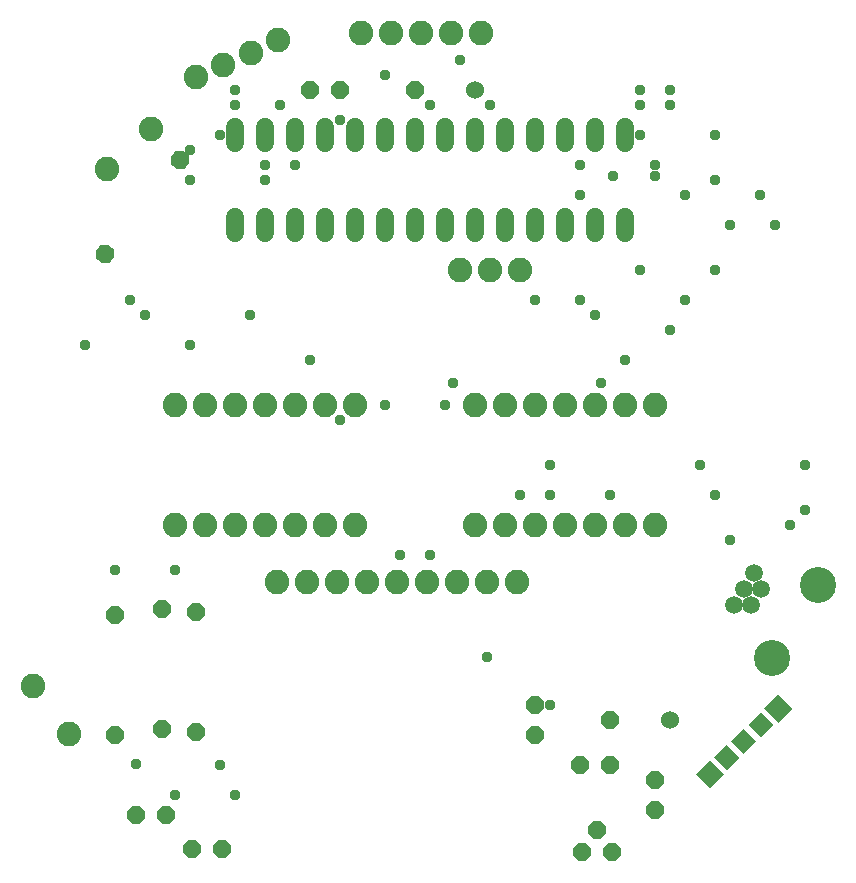
<source format=gbr>
G04 EAGLE Gerber RS-274X export*
G75*
%MOMM*%
%FSLAX34Y34*%
%LPD*%
%INSoldermask Top*%
%IPPOS*%
%AMOC8*
5,1,8,0,0,1.08239X$1,22.5*%
G01*
%ADD10P,1.649562X8X202.500000*%
%ADD11P,1.649562X8X292.500000*%
%ADD12P,1.649562X8X112.500000*%
%ADD13C,1.524000*%
%ADD14C,1.511200*%
%ADD15C,3.053200*%
%ADD16P,1.649562X8X253.800000*%
%ADD17C,1.524000*%
%ADD18R,1.711200X1.711200*%
%ADD19R,1.511200X1.511200*%
%ADD20P,1.649562X8X22.500000*%
%ADD21C,2.082800*%
%ADD22C,0.959600*%


D10*
X165100Y-241300D03*
X139700Y-241300D03*
D11*
X101600Y-190500D03*
X101600Y-215900D03*
D10*
X-63500Y330200D03*
X-88900Y330200D03*
D12*
X203200Y-279400D03*
X203200Y-254000D03*
D13*
X50800Y330200D03*
D10*
X0Y330200D03*
D13*
X215900Y-203200D03*
D10*
X165100Y-203200D03*
D14*
X269604Y-105833D03*
X278107Y-92279D03*
X286609Y-78725D03*
X284021Y-105432D03*
X292523Y-91878D03*
D15*
X340706Y-88460D03*
X301914Y-150300D03*
D10*
X-163830Y-312420D03*
X-189230Y-312420D03*
X-210820Y-283210D03*
X-236220Y-283210D03*
D11*
X-185420Y-111760D03*
X-185420Y-213360D03*
X-214630Y-109220D03*
X-214630Y-210820D03*
X-254000Y-114300D03*
X-254000Y-215900D03*
D16*
X-199378Y270786D03*
X-262902Y191494D03*
D17*
X-152400Y209296D02*
X-152400Y222504D01*
X-127000Y222504D02*
X-127000Y209296D01*
X-101600Y209296D02*
X-101600Y222504D01*
X-76200Y222504D02*
X-76200Y209296D01*
X-50800Y209296D02*
X-50800Y222504D01*
X-25400Y222504D02*
X-25400Y209296D01*
X0Y209296D02*
X0Y222504D01*
X25400Y222504D02*
X25400Y209296D01*
X50800Y209296D02*
X50800Y222504D01*
X76200Y222504D02*
X76200Y209296D01*
X101600Y209296D02*
X101600Y222504D01*
X127000Y222504D02*
X127000Y209296D01*
X152400Y209296D02*
X152400Y222504D01*
X177800Y222504D02*
X177800Y209296D01*
X177800Y285496D02*
X177800Y298704D01*
X152400Y298704D02*
X152400Y285496D01*
X127000Y285496D02*
X127000Y298704D01*
X101600Y298704D02*
X101600Y285496D01*
X76200Y285496D02*
X76200Y298704D01*
X50800Y298704D02*
X50800Y285496D01*
X25400Y285496D02*
X25400Y298704D01*
X0Y298704D02*
X0Y285496D01*
X-25400Y285496D02*
X-25400Y298704D01*
X-50800Y298704D02*
X-50800Y285496D01*
X-76200Y285496D02*
X-76200Y298704D01*
X-101600Y298704D02*
X-101600Y285496D01*
X-127000Y285496D02*
X-127000Y298704D01*
X-152400Y298704D02*
X-152400Y285496D01*
D18*
G36*
X294855Y-193012D02*
X307184Y-181147D01*
X319049Y-193476D01*
X306720Y-205341D01*
X294855Y-193012D01*
G37*
G36*
X237211Y-248484D02*
X249540Y-236619D01*
X261405Y-248948D01*
X249076Y-260813D01*
X237211Y-248484D01*
G37*
D19*
G36*
X281858Y-206907D02*
X292746Y-196429D01*
X303224Y-207317D01*
X292336Y-217795D01*
X281858Y-206907D01*
G37*
G36*
X267447Y-220775D02*
X278335Y-210297D01*
X288813Y-221185D01*
X277925Y-231663D01*
X267447Y-220775D01*
G37*
G36*
X253036Y-234643D02*
X263924Y-224165D01*
X274402Y-235053D01*
X263514Y-245531D01*
X253036Y-234643D01*
G37*
D20*
X166370Y-314960D03*
X153670Y-295910D03*
X140970Y-314960D03*
D21*
X-261476Y263707D03*
X-223664Y297633D03*
X-324002Y-174105D03*
X-293218Y-214515D03*
X55880Y378460D03*
X30480Y378460D03*
X5080Y378460D03*
X-20320Y378460D03*
X-45720Y378460D03*
X38100Y177800D03*
X63500Y177800D03*
X88900Y177800D03*
X86360Y-86360D03*
X60960Y-86360D03*
X35560Y-86360D03*
X10160Y-86360D03*
X-15240Y-86360D03*
X-40640Y-86360D03*
X-66040Y-86360D03*
X-91440Y-86360D03*
X-116840Y-86360D03*
X-203200Y-38100D03*
X-177800Y-38100D03*
X-152400Y-38100D03*
X-127000Y-38100D03*
X-101600Y-38100D03*
X-76200Y-38100D03*
X-50800Y-38100D03*
X-203200Y63500D03*
X-177800Y63500D03*
X-152400Y63500D03*
X-127000Y63500D03*
X-101600Y63500D03*
X-76200Y63500D03*
X-50800Y63500D03*
X203200Y63500D03*
X177800Y63500D03*
X152400Y63500D03*
X127000Y63500D03*
X101600Y63500D03*
X76200Y63500D03*
X50800Y63500D03*
X203200Y-38100D03*
X177800Y-38100D03*
X152400Y-38100D03*
X127000Y-38100D03*
X101600Y-38100D03*
X76200Y-38100D03*
X50800Y-38100D03*
X-185963Y341434D03*
X-162741Y351725D03*
X-139519Y362015D03*
X-116297Y372306D03*
D22*
X-236220Y-240030D03*
X-165100Y-241300D03*
X215900Y127000D03*
X152400Y139700D03*
X-190500Y279400D03*
X-165100Y292100D03*
X-152400Y317500D03*
X-114300Y317500D03*
X114300Y-190500D03*
X60960Y-149860D03*
X254000Y292100D03*
X190500Y292100D03*
X-279400Y114300D03*
X-190500Y114300D03*
X-152400Y330200D03*
X38100Y355600D03*
X-101600Y266700D03*
X-127000Y266700D03*
X-63500Y304800D03*
X-25400Y342900D03*
X-12700Y-63500D03*
X12700Y-63500D03*
X-241300Y152400D03*
X101600Y152400D03*
X254000Y177800D03*
X190500Y177800D03*
X-190500Y254000D03*
X-127000Y254000D03*
X317500Y-38100D03*
X330200Y-25400D03*
X292100Y241300D03*
X254000Y254000D03*
X215900Y317500D03*
X190500Y317500D03*
X63500Y317500D03*
X12700Y317500D03*
X165100Y-12700D03*
X254000Y-12700D03*
X228600Y241300D03*
X139700Y241300D03*
X-88900Y101600D03*
X177800Y101600D03*
X203200Y266700D03*
X139700Y266700D03*
X-63500Y50800D03*
X25400Y63500D03*
X-25400Y63500D03*
X31750Y82550D03*
X157480Y82550D03*
X203200Y257612D03*
X167640Y257810D03*
X-203200Y-266700D03*
X-152400Y-266700D03*
X-203200Y-76200D03*
X-254000Y-76200D03*
X-228600Y139700D03*
X-139700Y139700D03*
X114300Y-12700D03*
X88900Y-12700D03*
X266700Y-50800D03*
X330200Y12700D03*
X304800Y215900D03*
X266700Y215900D03*
X215900Y330200D03*
X190500Y330200D03*
X114300Y12700D03*
X241300Y12700D03*
X228600Y152400D03*
X139700Y152400D03*
M02*

</source>
